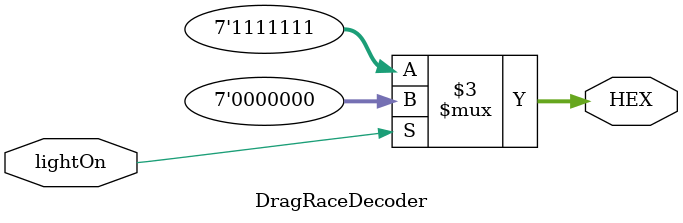
<source format=v>

module DragRaceDecoder( lightOn, HEX );
	input lightOn;			//signal for the light
	output reg [6:0]HEX;	//hex display for output
	
	always @( lightOn ) begin: light_assign
		if( lightOn ) HEX = 7'b0000000;	//all lights on
		else HEX = 7'b1111111;				//all lights off
	end	//light_assign
	
endmodule
</source>
